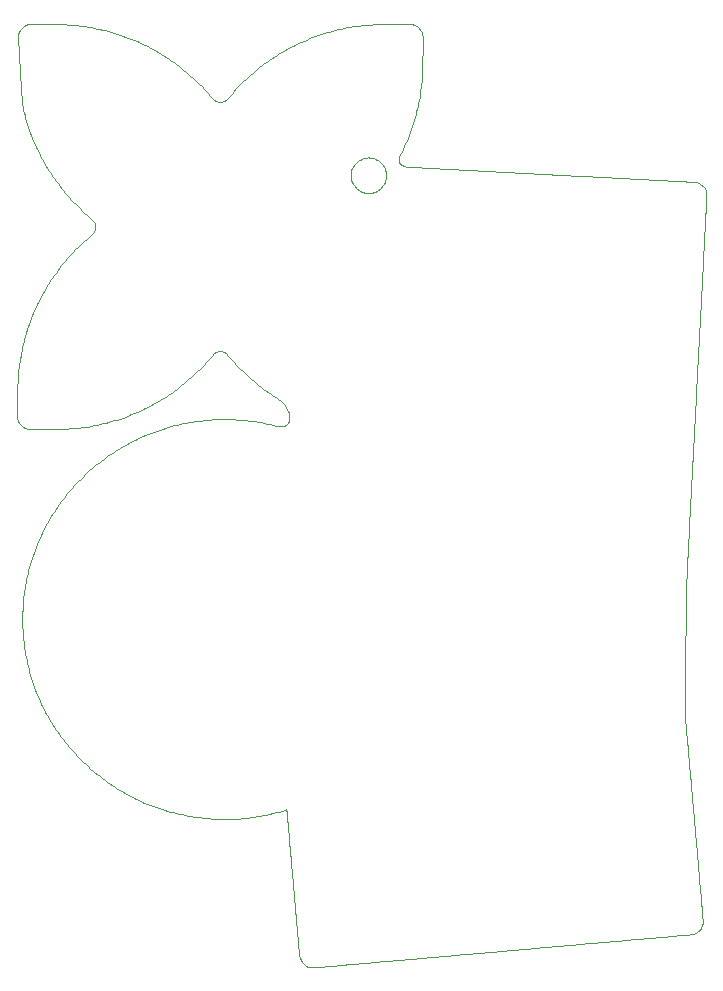
<source format=gbr>
%TF.GenerationSoftware,KiCad,Pcbnew,7.0.10*%
%TF.CreationDate,2024-05-13T16:35:14+02:00*%
%TF.ProjectId,MINT-Labs,4d494e54-2d4c-4616-9273-2e6b69636164,rev?*%
%TF.SameCoordinates,Original*%
%TF.FileFunction,Profile,NP*%
%FSLAX46Y46*%
G04 Gerber Fmt 4.6, Leading zero omitted, Abs format (unit mm)*
G04 Created by KiCad (PCBNEW 7.0.10) date 2024-05-13 16:35:14*
%MOMM*%
%LPD*%
G01*
G04 APERTURE LIST*
%TA.AperFunction,Profile*%
%ADD10C,0.000010*%
%TD*%
G04 APERTURE END LIST*
%TO.C,die_lustigen_vier*%
D10*
X119028072Y-55004651D02*
X119249968Y-55006864D01*
X119494278Y-55008482D01*
X119754592Y-55009874D01*
X120024499Y-55011407D01*
X120297589Y-55013450D01*
X120567451Y-55016373D01*
X120827674Y-55020544D01*
X121071850Y-55026332D01*
X121293566Y-55034106D01*
X121540586Y-55046247D01*
X121787419Y-55061600D01*
X122034017Y-55080185D01*
X122280334Y-55102025D01*
X122526324Y-55127140D01*
X122771939Y-55155552D01*
X123017133Y-55187283D01*
X123261859Y-55222353D01*
X123506070Y-55260785D01*
X123749720Y-55302599D01*
X123992762Y-55347817D01*
X124235149Y-55396461D01*
X124476835Y-55448552D01*
X124692834Y-55499155D01*
X124929642Y-55558983D01*
X125181068Y-55626239D01*
X125440920Y-55699128D01*
X125703005Y-55775853D01*
X125961131Y-55854620D01*
X126209105Y-55933631D01*
X126440736Y-56011091D01*
X126649830Y-56085205D01*
X126892349Y-56176352D01*
X127133402Y-56271240D01*
X127372945Y-56369832D01*
X127610930Y-56472094D01*
X127847313Y-56577987D01*
X128082047Y-56687477D01*
X128315087Y-56800527D01*
X128546388Y-56917101D01*
X128775902Y-57037162D01*
X129003586Y-57160674D01*
X129229392Y-57287602D01*
X129453275Y-57417908D01*
X129675190Y-57551557D01*
X129895091Y-57688513D01*
X130112931Y-57828738D01*
X130328666Y-57972198D01*
X130542249Y-58118856D01*
X130753635Y-58268675D01*
X130962778Y-58421619D01*
X131169632Y-58577652D01*
X131374152Y-58736739D01*
X131576292Y-58898842D01*
X131776005Y-59063925D01*
X131973247Y-59231953D01*
X132167972Y-59402888D01*
X132360133Y-59576696D01*
X132549685Y-59753339D01*
X132736583Y-59932781D01*
X132920780Y-60114987D01*
X133102231Y-60299919D01*
X133280891Y-60487543D01*
X133456713Y-60677820D01*
X133629651Y-60870716D01*
X133799660Y-61066194D01*
X133966695Y-61264218D01*
X134148451Y-61440964D01*
X134346676Y-61558712D01*
X134554735Y-61617453D01*
X134765997Y-61617177D01*
X134973826Y-61557874D01*
X135171591Y-61439536D01*
X135352657Y-61262151D01*
X135505344Y-61079454D01*
X135660525Y-60898897D01*
X135818168Y-60720496D01*
X135978244Y-60544264D01*
X136140722Y-60370214D01*
X136294887Y-60210692D01*
X136467580Y-60037985D01*
X136654097Y-59856498D01*
X136849732Y-59670633D01*
X137049783Y-59484793D01*
X137249545Y-59303380D01*
X137444313Y-59130799D01*
X137629384Y-58971452D01*
X137800052Y-58829741D01*
X138001396Y-58668865D01*
X138205189Y-58511121D01*
X138411377Y-58356534D01*
X138619906Y-58205127D01*
X138830722Y-58056921D01*
X139043771Y-57911941D01*
X139259000Y-57770210D01*
X139476354Y-57631750D01*
X139695780Y-57496585D01*
X139917223Y-57364737D01*
X140140630Y-57236230D01*
X140365946Y-57111087D01*
X140593118Y-56989331D01*
X140822093Y-56870984D01*
X141052815Y-56756071D01*
X141285231Y-56644613D01*
X141519287Y-56536635D01*
X141754929Y-56432159D01*
X141992104Y-56331208D01*
X142230757Y-56233805D01*
X142470834Y-56139973D01*
X142712282Y-56049736D01*
X142955047Y-55963116D01*
X143199074Y-55880137D01*
X143444310Y-55800821D01*
X143690700Y-55725192D01*
X143938192Y-55653272D01*
X144186730Y-55585085D01*
X144436262Y-55520654D01*
X144686732Y-55460002D01*
X144938088Y-55403151D01*
X145190275Y-55350126D01*
X145443240Y-55300948D01*
X145696928Y-55255641D01*
X145951285Y-55214229D01*
X146206258Y-55176734D01*
X146426300Y-55148844D01*
X146669064Y-55122837D01*
X146928120Y-55098962D01*
X147197038Y-55077469D01*
X147469389Y-55058607D01*
X147738742Y-55042626D01*
X147998668Y-55029777D01*
X148242737Y-55020308D01*
X148464518Y-55014470D01*
X148712027Y-55010615D01*
X148959568Y-55008218D01*
X149207135Y-55006999D01*
X149454723Y-55006678D01*
X149702328Y-55006977D01*
X149949943Y-55007616D01*
X150197565Y-55008317D01*
X150445187Y-55008799D01*
X150692805Y-55008784D01*
X150920943Y-55030936D01*
X151133100Y-55095229D01*
X151324793Y-55197407D01*
X151491538Y-55333212D01*
X151628850Y-55498389D01*
X151732246Y-55688680D01*
X151797241Y-55899830D01*
X151819352Y-56127580D01*
X151818525Y-56366445D01*
X151817686Y-56605330D01*
X151816775Y-56844214D01*
X151815735Y-57083077D01*
X151814792Y-57304991D01*
X151813693Y-57549322D01*
X151812089Y-57809649D01*
X151809632Y-58079554D01*
X151805972Y-58352616D01*
X151800761Y-58622417D01*
X151793649Y-58882537D01*
X151784287Y-59126556D01*
X151772327Y-59348055D01*
X151753672Y-59606917D01*
X151731017Y-59865445D01*
X151704381Y-60123583D01*
X151673783Y-60381275D01*
X151639243Y-60638465D01*
X151600780Y-60895097D01*
X151558412Y-61151115D01*
X151512160Y-61406463D01*
X151462041Y-61661084D01*
X151408077Y-61914923D01*
X151350285Y-62167924D01*
X151288685Y-62420031D01*
X151223295Y-62671187D01*
X151154137Y-62921336D01*
X151081227Y-63170423D01*
X151004587Y-63418391D01*
X150924234Y-63665184D01*
X150840188Y-63910747D01*
X150752468Y-64155022D01*
X150661094Y-64397955D01*
X150566085Y-64639489D01*
X150467459Y-64879568D01*
X150365236Y-65118135D01*
X150259436Y-65355136D01*
X150150077Y-65590513D01*
X150037179Y-65824211D01*
X149920760Y-66056173D01*
X149830542Y-66287994D01*
X149802351Y-66502187D01*
X149833654Y-66692966D01*
X149921918Y-66854546D01*
X150064611Y-66981141D01*
X150259200Y-67066967D01*
X150503154Y-67106238D01*
X150767007Y-67120096D01*
X151030860Y-67133954D01*
X151294712Y-67147811D01*
X151558565Y-67161669D01*
X151822418Y-67175526D01*
X152086272Y-67189383D01*
X152350125Y-67203240D01*
X152613978Y-67217097D01*
X152877831Y-67230954D01*
X153141684Y-67244810D01*
X153405537Y-67258667D01*
X153669390Y-67272523D01*
X153933243Y-67286380D01*
X154197096Y-67300236D01*
X154460949Y-67314092D01*
X154724802Y-67327948D01*
X154988656Y-67341804D01*
X155252509Y-67355660D01*
X155516362Y-67369516D01*
X155780215Y-67383372D01*
X156044068Y-67397227D01*
X156307921Y-67411083D01*
X156571775Y-67424939D01*
X156835628Y-67438794D01*
X157099481Y-67452650D01*
X157363334Y-67466505D01*
X157627187Y-67480361D01*
X157891041Y-67494216D01*
X158154894Y-67508072D01*
X158418747Y-67521927D01*
X158682600Y-67535782D01*
X158946454Y-67549638D01*
X159210307Y-67563493D01*
X159474160Y-67577348D01*
X159738013Y-67591203D01*
X160001867Y-67605059D01*
X160265720Y-67618914D01*
X160529573Y-67632769D01*
X160793427Y-67646625D01*
X161057280Y-67660480D01*
X161321133Y-67674335D01*
X161584986Y-67688191D01*
X161848840Y-67702046D01*
X162112693Y-67715902D01*
X162376546Y-67729757D01*
X162640399Y-67743613D01*
X162904253Y-67757468D01*
X163168106Y-67771324D01*
X163431959Y-67785180D01*
X163695812Y-67799036D01*
X163959666Y-67812892D01*
X164223519Y-67826747D01*
X164487372Y-67840604D01*
X164751225Y-67854460D01*
X165015079Y-67868316D01*
X165278932Y-67882172D01*
X165542785Y-67896028D01*
X165806638Y-67909885D01*
X166070492Y-67923742D01*
X166334345Y-67937598D01*
X166598198Y-67951455D01*
X166862051Y-67965312D01*
X167125904Y-67979169D01*
X167389758Y-67993026D01*
X167653611Y-68006883D01*
X167917464Y-68020741D01*
X168181317Y-68034598D01*
X168445170Y-68048456D01*
X168709023Y-68062314D01*
X168972876Y-68076172D01*
X169236730Y-68090030D01*
X169500583Y-68103888D01*
X169764436Y-68117747D01*
X170028289Y-68131606D01*
X170292142Y-68145464D01*
X170555995Y-68159323D01*
X170819848Y-68173183D01*
X171083701Y-68187042D01*
X171347554Y-68200902D01*
X171611407Y-68214761D01*
X171875260Y-68228621D01*
X172139113Y-68242482D01*
X172402966Y-68256342D01*
X172666819Y-68270203D01*
X172930672Y-68284063D01*
X173194525Y-68297924D01*
X173458377Y-68311786D01*
X173722230Y-68325647D01*
X173986083Y-68339509D01*
X174249936Y-68353371D01*
X174513789Y-68367233D01*
X174777642Y-68381096D01*
X175004460Y-68416075D01*
X175213404Y-68493192D01*
X175400156Y-68607653D01*
X175560399Y-68754660D01*
X175689814Y-68929418D01*
X175784086Y-69127131D01*
X175838896Y-69343003D01*
X175849927Y-69572238D01*
X175836155Y-69834652D01*
X175822382Y-70097066D01*
X175808609Y-70359480D01*
X175794835Y-70621894D01*
X175781061Y-70884308D01*
X175767287Y-71146721D01*
X175753512Y-71409135D01*
X175739737Y-71671548D01*
X175725961Y-71933962D01*
X175712185Y-72196375D01*
X175698409Y-72458788D01*
X175684633Y-72721201D01*
X175670856Y-72983614D01*
X175657078Y-73246027D01*
X175643301Y-73508440D01*
X175629523Y-73770853D01*
X175615745Y-74033266D01*
X175601966Y-74295678D01*
X175588187Y-74558091D01*
X175574408Y-74820504D01*
X175560628Y-75082916D01*
X175546849Y-75345328D01*
X175533068Y-75607741D01*
X175519288Y-75870153D01*
X175505507Y-76132565D01*
X175491726Y-76394977D01*
X175477945Y-76657390D01*
X175464164Y-76919802D01*
X175450382Y-77182214D01*
X175436600Y-77444626D01*
X175422818Y-77707037D01*
X175409035Y-77969449D01*
X175395253Y-78231861D01*
X175381470Y-78494273D01*
X175367687Y-78756685D01*
X175353903Y-79019096D01*
X175340120Y-79281508D01*
X175326336Y-79543919D01*
X175312552Y-79806331D01*
X175298768Y-80068742D01*
X175284984Y-80331154D01*
X175271199Y-80593565D01*
X175257414Y-80855977D01*
X175243629Y-81118388D01*
X175229844Y-81380800D01*
X175216059Y-81643211D01*
X175202274Y-81905622D01*
X175188488Y-82168034D01*
X175174703Y-82430445D01*
X175160917Y-82692856D01*
X175147131Y-82955267D01*
X175133345Y-83217678D01*
X175119559Y-83480090D01*
X175105773Y-83742501D01*
X175091987Y-84004912D01*
X175078200Y-84267323D01*
X175064414Y-84529734D01*
X175050627Y-84792145D01*
X175036840Y-85054557D01*
X175023054Y-85316968D01*
X175009267Y-85579379D01*
X174995480Y-85841790D01*
X174981693Y-86104201D01*
X174967906Y-86366612D01*
X174954119Y-86629023D01*
X174940332Y-86891434D01*
X174926545Y-87153846D01*
X174912758Y-87416257D01*
X174898971Y-87678668D01*
X174885184Y-87941079D01*
X174871396Y-88203490D01*
X174857609Y-88465901D01*
X174843822Y-88728313D01*
X174830035Y-88990724D01*
X174816248Y-89253135D01*
X174802461Y-89515546D01*
X174788674Y-89777958D01*
X174774887Y-90040369D01*
X174761100Y-90302780D01*
X174747313Y-90565192D01*
X174733526Y-90827603D01*
X174719739Y-91090014D01*
X174705952Y-91352426D01*
X174692165Y-91614837D01*
X174678379Y-91877249D01*
X174664592Y-92139661D01*
X174650805Y-92402072D01*
X174637019Y-92664484D01*
X174623233Y-92926895D01*
X174609446Y-93189307D01*
X174595660Y-93451719D01*
X174581874Y-93714131D01*
X174568088Y-93976543D01*
X174554303Y-94238954D01*
X174540517Y-94501366D01*
X174526732Y-94763778D01*
X174512946Y-95026191D01*
X174499161Y-95288603D01*
X174485376Y-95551015D01*
X174471591Y-95813427D01*
X174457807Y-96075839D01*
X174444022Y-96338252D01*
X174430238Y-96600664D01*
X174416454Y-96863077D01*
X174402670Y-97125489D01*
X174388886Y-97387902D01*
X174375102Y-97650314D01*
X174361319Y-97912727D01*
X174347536Y-98175140D01*
X174333753Y-98437553D01*
X174319970Y-98699966D01*
X174306188Y-98962379D01*
X174292405Y-99224792D01*
X174278623Y-99487205D01*
X174264842Y-99749619D01*
X174251060Y-100012032D01*
X174237279Y-100274445D01*
X174223498Y-100536859D01*
X174209717Y-100799273D01*
X174198772Y-101020901D01*
X174187954Y-101264954D01*
X174177477Y-101525034D01*
X174167555Y-101794742D01*
X174158401Y-102067678D01*
X174150230Y-102337445D01*
X174143256Y-102597642D01*
X174137692Y-102841872D01*
X174133752Y-103063735D01*
X174129985Y-103321585D01*
X174126241Y-103579435D01*
X174122519Y-103837285D01*
X174118818Y-104095135D01*
X174115137Y-104352984D01*
X174111474Y-104610833D01*
X174107830Y-104868682D01*
X174104202Y-105126530D01*
X174100590Y-105384379D01*
X174096992Y-105642227D01*
X174093409Y-105900075D01*
X174089837Y-106157924D01*
X174086277Y-106415772D01*
X174082727Y-106673620D01*
X174079187Y-106931469D01*
X174075654Y-107189317D01*
X174072129Y-107447166D01*
X174068610Y-107705015D01*
X174065097Y-107962864D01*
X174061587Y-108220713D01*
X174058080Y-108478563D01*
X174054575Y-108736412D01*
X174051070Y-108994263D01*
X174047566Y-109252113D01*
X174044060Y-109509964D01*
X174040552Y-109767816D01*
X174037040Y-110025668D01*
X174033524Y-110283521D01*
X174030002Y-110541374D01*
X174026474Y-110799227D01*
X174022938Y-111057082D01*
X174019393Y-111314937D01*
X174015838Y-111572792D01*
X174012273Y-111830649D01*
X174008696Y-112088506D01*
X174007471Y-112310317D01*
X174009438Y-112554395D01*
X174014363Y-112814351D01*
X174022012Y-113083799D01*
X174032151Y-113356351D01*
X174044546Y-113625622D01*
X174058963Y-113885223D01*
X174075168Y-114128767D01*
X174092929Y-114349867D01*
X174116209Y-114611986D01*
X174139469Y-114874106D01*
X174162710Y-115136228D01*
X174185932Y-115398351D01*
X174209136Y-115660477D01*
X174232321Y-115922604D01*
X174255489Y-116184733D01*
X174278641Y-116446863D01*
X174301775Y-116708995D01*
X174324894Y-116971128D01*
X174347997Y-117233263D01*
X174371085Y-117495400D01*
X174394159Y-117757537D01*
X174417218Y-118019676D01*
X174440264Y-118281817D01*
X174463297Y-118543958D01*
X174486317Y-118806101D01*
X174509325Y-119068245D01*
X174532321Y-119330389D01*
X174555306Y-119592535D01*
X174578280Y-119854682D01*
X174601244Y-120116830D01*
X174624198Y-120378979D01*
X174647143Y-120641129D01*
X174670079Y-120903279D01*
X174693007Y-121165430D01*
X174715926Y-121427582D01*
X174738839Y-121689735D01*
X174761745Y-121951888D01*
X174784644Y-122214042D01*
X174807537Y-122476196D01*
X174830425Y-122738351D01*
X174853308Y-123000506D01*
X174876186Y-123262662D01*
X174899061Y-123524818D01*
X174921931Y-123786974D01*
X174944799Y-124049131D01*
X174967664Y-124311288D01*
X174990528Y-124573445D01*
X175013389Y-124835602D01*
X175036250Y-125097759D01*
X175059109Y-125359916D01*
X175081969Y-125622073D01*
X175104829Y-125884230D01*
X175127690Y-126146387D01*
X175150552Y-126408544D01*
X175173415Y-126670701D01*
X175196281Y-126932857D01*
X175219150Y-127195013D01*
X175242022Y-127457168D01*
X175264898Y-127719324D01*
X175287778Y-127981479D01*
X175310662Y-128243633D01*
X175333552Y-128505787D01*
X175356447Y-128767940D01*
X175379348Y-129030092D01*
X175402256Y-129292244D01*
X175425171Y-129554396D01*
X175448093Y-129816546D01*
X175471023Y-130078696D01*
X175493962Y-130340844D01*
X175516910Y-130602992D01*
X175539867Y-130865139D01*
X175536878Y-131094602D01*
X175489715Y-131312211D01*
X175402510Y-131513027D01*
X175279395Y-131692116D01*
X175124502Y-131844539D01*
X174941963Y-131965362D01*
X174735909Y-132049646D01*
X174510474Y-132092455D01*
X174251155Y-132115116D01*
X173991837Y-132137776D01*
X173732519Y-132160437D01*
X173473201Y-132183097D01*
X173213883Y-132205757D01*
X172954566Y-132228417D01*
X172695248Y-132251077D01*
X172435931Y-132273737D01*
X172176614Y-132296397D01*
X171917297Y-132319057D01*
X171657980Y-132341716D01*
X171398664Y-132364376D01*
X171139347Y-132387035D01*
X170880031Y-132409695D01*
X170620715Y-132432354D01*
X170361398Y-132455013D01*
X170102082Y-132477673D01*
X169842766Y-132500332D01*
X169583450Y-132522991D01*
X169324134Y-132545651D01*
X169064818Y-132568310D01*
X168805502Y-132590970D01*
X168546187Y-132613629D01*
X168286871Y-132636289D01*
X168027555Y-132658949D01*
X167768239Y-132681608D01*
X167508923Y-132704268D01*
X167249607Y-132726928D01*
X166990291Y-132749588D01*
X166730975Y-132772249D01*
X166471659Y-132794909D01*
X166212343Y-132817570D01*
X165953027Y-132840230D01*
X165693711Y-132862891D01*
X165434394Y-132885552D01*
X165175078Y-132908214D01*
X164915761Y-132930875D01*
X164656445Y-132953537D01*
X164397128Y-132976199D01*
X164137811Y-132998862D01*
X163878494Y-133021524D01*
X163619176Y-133044187D01*
X163359859Y-133066850D01*
X163100541Y-133089513D01*
X162841223Y-133112177D01*
X162581905Y-133134841D01*
X162322587Y-133157506D01*
X162101528Y-133176858D01*
X161858156Y-133198220D01*
X161598847Y-133221024D01*
X161329976Y-133244705D01*
X161057920Y-133268697D01*
X160789055Y-133292435D01*
X160529756Y-133315352D01*
X160286399Y-133336882D01*
X160065360Y-133356460D01*
X159804675Y-133379558D01*
X159543989Y-133402641D01*
X159283301Y-133425711D01*
X159022611Y-133448767D01*
X158761920Y-133471810D01*
X158501228Y-133494840D01*
X158240534Y-133517857D01*
X157979838Y-133540862D01*
X157719141Y-133563855D01*
X157458443Y-133586836D01*
X157197744Y-133609805D01*
X156937043Y-133632764D01*
X156676341Y-133655712D01*
X156415638Y-133678649D01*
X156154933Y-133701576D01*
X155894228Y-133724492D01*
X155633522Y-133747400D01*
X155372814Y-133770298D01*
X155112106Y-133793187D01*
X154851396Y-133816067D01*
X154590686Y-133838939D01*
X154329975Y-133861802D01*
X154069262Y-133884658D01*
X153808550Y-133907506D01*
X153547836Y-133930347D01*
X153287122Y-133953181D01*
X153026407Y-133976009D01*
X152765691Y-133998830D01*
X152504975Y-134021645D01*
X152244258Y-134044454D01*
X151983540Y-134067258D01*
X151722823Y-134090057D01*
X151462104Y-134112851D01*
X151201386Y-134135640D01*
X150940666Y-134158426D01*
X150679947Y-134181207D01*
X150419227Y-134203984D01*
X150158507Y-134226759D01*
X149897787Y-134249530D01*
X149637067Y-134272299D01*
X149376346Y-134295065D01*
X149115626Y-134317829D01*
X148854905Y-134340591D01*
X148594184Y-134363351D01*
X148333464Y-134386111D01*
X148072743Y-134408869D01*
X147812023Y-134431627D01*
X147551302Y-134454385D01*
X147290582Y-134477142D01*
X147029862Y-134499900D01*
X146769143Y-134522658D01*
X146508423Y-134545418D01*
X146247704Y-134568178D01*
X145986985Y-134590940D01*
X145726267Y-134613704D01*
X145465549Y-134636469D01*
X145204832Y-134659237D01*
X144944115Y-134682008D01*
X144683399Y-134704782D01*
X144422683Y-134727559D01*
X144161968Y-134750340D01*
X143901253Y-134773124D01*
X143640540Y-134795913D01*
X143379827Y-134818706D01*
X143119115Y-134841504D01*
X142858404Y-134864307D01*
X142597693Y-134887116D01*
X142368228Y-134884087D01*
X142150620Y-134836857D01*
X141949803Y-134749568D01*
X141770716Y-134626362D01*
X141618293Y-134471380D01*
X141497472Y-134288766D01*
X141413188Y-134082660D01*
X141370377Y-133857204D01*
X141349525Y-133618594D01*
X141328667Y-133379919D01*
X141307799Y-133141113D01*
X141286914Y-132902111D01*
X141266007Y-132662847D01*
X141245072Y-132423258D01*
X141224103Y-132183276D01*
X141203095Y-131942838D01*
X141182042Y-131701878D01*
X141160938Y-131460330D01*
X141139777Y-131218130D01*
X141118554Y-130975212D01*
X141097262Y-130731512D01*
X141075897Y-130486963D01*
X141054453Y-130241501D01*
X141032923Y-129995061D01*
X141011302Y-129747576D01*
X140989584Y-129498983D01*
X140967764Y-129249216D01*
X140945835Y-128998209D01*
X140923793Y-128745898D01*
X140901630Y-128492217D01*
X140879343Y-128237101D01*
X140856924Y-127980485D01*
X140834368Y-127722304D01*
X140811669Y-127462492D01*
X140788823Y-127200984D01*
X140765822Y-126937715D01*
X140742661Y-126672620D01*
X140719334Y-126405634D01*
X140695836Y-126136690D01*
X140672162Y-125865725D01*
X140648304Y-125592673D01*
X140624258Y-125317469D01*
X140600017Y-125040047D01*
X140575577Y-124760343D01*
X140550930Y-124478291D01*
X140526073Y-124193825D01*
X140500998Y-123906882D01*
X140475700Y-123617394D01*
X140450173Y-123325299D01*
X140424412Y-123030529D01*
X140398411Y-122733020D01*
X140372164Y-122432706D01*
X140345665Y-122129524D01*
X140318909Y-121823406D01*
X140291890Y-121514288D01*
X140150098Y-121556965D01*
X139947762Y-121616677D01*
X139698620Y-121687869D01*
X139416411Y-121764987D01*
X139114873Y-121842475D01*
X138807744Y-121914781D01*
X138557059Y-121968503D01*
X138305605Y-122018423D01*
X138053437Y-122064544D01*
X137800612Y-122106868D01*
X137547185Y-122145398D01*
X137293213Y-122180139D01*
X137038750Y-122211092D01*
X136783853Y-122238261D01*
X136528577Y-122261649D01*
X136272979Y-122281259D01*
X136017115Y-122297094D01*
X135761039Y-122309157D01*
X135504809Y-122317451D01*
X135248479Y-122321979D01*
X134992106Y-122322744D01*
X134735746Y-122319750D01*
X134479454Y-122312999D01*
X134223287Y-122302494D01*
X133967299Y-122288239D01*
X133711548Y-122270237D01*
X133456088Y-122248490D01*
X133200976Y-122223001D01*
X132946268Y-122193775D01*
X132692019Y-122160813D01*
X132438285Y-122124118D01*
X132185122Y-122083695D01*
X131932587Y-122039546D01*
X131680733Y-121991673D01*
X131429619Y-121940081D01*
X131179299Y-121884771D01*
X130929829Y-121825748D01*
X130681266Y-121763014D01*
X130433664Y-121696572D01*
X130187081Y-121626426D01*
X129974831Y-121561863D01*
X129742401Y-121486766D01*
X129495853Y-121403332D01*
X129241249Y-121313759D01*
X128984651Y-121220247D01*
X128732121Y-121124992D01*
X128489721Y-121030195D01*
X128263514Y-120938052D01*
X128059563Y-120850763D01*
X127821731Y-120743661D01*
X127585622Y-120632860D01*
X127351282Y-120518398D01*
X127118756Y-120400315D01*
X126888092Y-120278651D01*
X126659333Y-120153444D01*
X126432526Y-120024735D01*
X126207717Y-119892562D01*
X125984951Y-119756965D01*
X125764274Y-119617984D01*
X125545732Y-119475657D01*
X125329370Y-119330025D01*
X125115234Y-119181125D01*
X124903370Y-119028999D01*
X124693824Y-118873685D01*
X124486641Y-118715222D01*
X124281867Y-118553651D01*
X124079548Y-118389009D01*
X123879729Y-118221338D01*
X123682456Y-118050675D01*
X123487776Y-117877061D01*
X123295732Y-117700535D01*
X123106372Y-117521136D01*
X122919741Y-117338904D01*
X122735885Y-117153877D01*
X122554849Y-116966096D01*
X122376679Y-116775600D01*
X122201422Y-116582427D01*
X122029121Y-116386619D01*
X121859824Y-116188213D01*
X121693576Y-115987249D01*
X121530423Y-115783767D01*
X121370410Y-115577806D01*
X121213584Y-115369405D01*
X121059989Y-115158604D01*
X120932660Y-114976932D01*
X120795944Y-114774522D01*
X120653272Y-114556834D01*
X120508072Y-114329330D01*
X120363774Y-114097471D01*
X120223809Y-113866720D01*
X120091604Y-113642538D01*
X119970590Y-113430385D01*
X119864196Y-113235725D01*
X119744982Y-113007261D01*
X119629429Y-112776947D01*
X119517549Y-112544843D01*
X119409353Y-112311010D01*
X119304852Y-112075507D01*
X119204057Y-111838396D01*
X119106979Y-111599737D01*
X119013630Y-111359590D01*
X118924020Y-111118016D01*
X118838161Y-110875076D01*
X118756063Y-110630830D01*
X118677738Y-110385339D01*
X118603197Y-110138662D01*
X118532452Y-109890862D01*
X118465512Y-109641997D01*
X118402389Y-109392130D01*
X118343095Y-109141319D01*
X118287640Y-108889626D01*
X118236035Y-108637112D01*
X118188292Y-108383836D01*
X118144422Y-108129860D01*
X118104436Y-107875243D01*
X118068345Y-107620047D01*
X118036159Y-107364332D01*
X118007891Y-107108158D01*
X117983551Y-106851586D01*
X117963150Y-106594677D01*
X117946700Y-106337490D01*
X117934212Y-106080087D01*
X117925696Y-105822528D01*
X117921164Y-105564874D01*
X117921387Y-105343041D01*
X117925929Y-105098868D01*
X117934441Y-104838787D01*
X117946574Y-104569233D01*
X117961978Y-104296640D01*
X117980304Y-104027441D01*
X118001203Y-103768070D01*
X118024325Y-103524961D01*
X118049321Y-103304547D01*
X118083718Y-103045820D01*
X118122262Y-102787701D01*
X118164926Y-102530245D01*
X118211684Y-102273513D01*
X118262509Y-102017560D01*
X118317376Y-101762445D01*
X118376258Y-101508226D01*
X118439129Y-101254960D01*
X118505963Y-101002705D01*
X118576733Y-100751519D01*
X118651414Y-100501460D01*
X118729978Y-100252584D01*
X118812401Y-100004951D01*
X118898654Y-99758617D01*
X118988713Y-99513641D01*
X119082551Y-99270080D01*
X119180141Y-99027991D01*
X119281459Y-98787433D01*
X119386476Y-98548464D01*
X119495167Y-98311141D01*
X119607506Y-98075521D01*
X119723467Y-97841663D01*
X119843022Y-97609624D01*
X119966147Y-97379462D01*
X120092814Y-97151235D01*
X120222998Y-96925000D01*
X120356673Y-96700816D01*
X120473818Y-96512412D01*
X120606424Y-96307270D01*
X120750791Y-96090676D01*
X120903220Y-95867917D01*
X121060013Y-95644278D01*
X121217472Y-95425047D01*
X121371897Y-95215510D01*
X121519590Y-95020954D01*
X121656852Y-94846664D01*
X121819771Y-94647588D01*
X121985733Y-94451065D01*
X122154691Y-94257127D01*
X122326595Y-94065808D01*
X122501400Y-93877141D01*
X122679056Y-93691160D01*
X122859517Y-93507896D01*
X123042734Y-93327384D01*
X123228659Y-93149657D01*
X123417246Y-92974748D01*
X123608445Y-92802689D01*
X123802210Y-92633515D01*
X123998492Y-92467258D01*
X124197244Y-92303951D01*
X124398418Y-92143629D01*
X124601967Y-91986323D01*
X124807842Y-91832067D01*
X125015996Y-91680894D01*
X125226380Y-91532837D01*
X125438949Y-91387930D01*
X125653652Y-91246205D01*
X125870443Y-91107697D01*
X126089275Y-90972437D01*
X126310098Y-90840459D01*
X126532866Y-90711797D01*
X126757531Y-90586483D01*
X126984044Y-90464551D01*
X127212359Y-90346033D01*
X127442428Y-90230963D01*
X127674201Y-90119375D01*
X127907633Y-90011301D01*
X128110608Y-89921792D01*
X128335736Y-89827137D01*
X128576992Y-89729615D01*
X128828351Y-89631504D01*
X129083790Y-89535083D01*
X129337284Y-89442630D01*
X129582809Y-89356424D01*
X129814339Y-89278743D01*
X130025850Y-89211866D01*
X130271627Y-89139108D01*
X130518462Y-89070103D01*
X130766299Y-89004852D01*
X131015081Y-88943353D01*
X131264754Y-88885606D01*
X131515261Y-88831609D01*
X131766547Y-88781362D01*
X132018556Y-88734865D01*
X132271232Y-88692116D01*
X132524519Y-88653115D01*
X132778363Y-88617861D01*
X133032706Y-88586353D01*
X133287493Y-88558590D01*
X133542668Y-88534572D01*
X133798177Y-88514298D01*
X134053962Y-88497767D01*
X134309968Y-88484979D01*
X134566139Y-88475932D01*
X134822420Y-88470626D01*
X135078755Y-88469060D01*
X135335088Y-88471234D01*
X135591364Y-88477146D01*
X135847526Y-88486796D01*
X136103518Y-88500183D01*
X136359286Y-88517307D01*
X136614773Y-88538166D01*
X136869923Y-88562760D01*
X137124681Y-88591088D01*
X137378992Y-88623149D01*
X137632798Y-88658942D01*
X137886045Y-88698468D01*
X138138676Y-88741724D01*
X138390637Y-88788711D01*
X138641871Y-88839427D01*
X138892322Y-88893872D01*
X139141935Y-88952045D01*
X139390653Y-89013945D01*
X139642863Y-89057578D01*
X139875790Y-89056581D01*
X140082927Y-89013208D01*
X140257765Y-88929710D01*
X140393796Y-88808342D01*
X140484510Y-88651357D01*
X140523401Y-88461008D01*
X140514923Y-88222323D01*
X140467663Y-87979023D01*
X140385714Y-87737282D01*
X140273170Y-87503276D01*
X140134123Y-87283178D01*
X139972669Y-87083165D01*
X139792900Y-86909409D01*
X139598910Y-86768088D01*
X139381739Y-86632021D01*
X139166650Y-86492689D01*
X138953683Y-86350132D01*
X138742881Y-86204390D01*
X138534283Y-86055503D01*
X138327931Y-85903510D01*
X138123865Y-85748453D01*
X137922126Y-85590370D01*
X137722756Y-85429303D01*
X137525794Y-85265291D01*
X137331283Y-85098373D01*
X137139263Y-84928591D01*
X136949775Y-84755984D01*
X136762859Y-84580592D01*
X136578557Y-84402455D01*
X136396909Y-84221614D01*
X136217957Y-84038108D01*
X136041741Y-83851977D01*
X135868303Y-83663262D01*
X135697682Y-83472002D01*
X135529921Y-83278237D01*
X135365059Y-83082008D01*
X135183710Y-82905040D01*
X134985918Y-82787215D01*
X134778263Y-82728485D01*
X134567328Y-82728803D01*
X134359693Y-82788119D01*
X134161940Y-82906387D01*
X133980648Y-83083559D01*
X133814610Y-83281186D01*
X133645552Y-83476208D01*
X133473522Y-83668593D01*
X133298570Y-83858310D01*
X133120743Y-84045327D01*
X132940092Y-84229615D01*
X132756665Y-84411142D01*
X132570512Y-84589877D01*
X132381681Y-84765789D01*
X132190221Y-84938848D01*
X131996181Y-85109021D01*
X131799610Y-85276280D01*
X131600558Y-85440591D01*
X131399072Y-85601926D01*
X131195203Y-85760251D01*
X130989000Y-85915538D01*
X130780510Y-86067754D01*
X130569784Y-86216869D01*
X130356869Y-86362851D01*
X130141816Y-86505671D01*
X129924673Y-86645296D01*
X129705489Y-86781696D01*
X129484313Y-86914841D01*
X129261195Y-87044698D01*
X129036182Y-87171238D01*
X128809325Y-87294428D01*
X128580672Y-87414239D01*
X128350271Y-87530640D01*
X128118173Y-87643598D01*
X127884426Y-87753084D01*
X127649079Y-87859067D01*
X127412181Y-87961515D01*
X127173782Y-88060397D01*
X126933929Y-88155683D01*
X126692672Y-88247342D01*
X126450060Y-88335343D01*
X126206142Y-88419654D01*
X125960968Y-88500246D01*
X125714585Y-88577086D01*
X125467043Y-88650144D01*
X125218391Y-88719389D01*
X125003615Y-88774893D01*
X124766117Y-88831752D01*
X124512211Y-88888669D01*
X124248213Y-88944345D01*
X123980436Y-88997480D01*
X123715198Y-89046777D01*
X123458811Y-89090934D01*
X123217592Y-89128655D01*
X122997855Y-89158640D01*
X122742448Y-89188350D01*
X122486687Y-89214266D01*
X122230600Y-89236618D01*
X121974217Y-89255633D01*
X121717568Y-89271541D01*
X121460680Y-89284570D01*
X121203584Y-89294950D01*
X120946309Y-89302908D01*
X120688884Y-89308675D01*
X120431337Y-89312477D01*
X120173699Y-89314545D01*
X119915999Y-89315107D01*
X119658265Y-89314391D01*
X119400527Y-89312628D01*
X119142814Y-89310044D01*
X118885156Y-89306870D01*
X118627581Y-89303333D01*
X118399383Y-89277162D01*
X118187046Y-89208338D01*
X117995104Y-89101439D01*
X117828091Y-88961045D01*
X117690539Y-88791737D01*
X117586985Y-88598093D01*
X117521960Y-88384693D01*
X117499999Y-88156117D01*
X117500776Y-88005480D01*
X117501550Y-87854844D01*
X117501985Y-87632923D01*
X117501659Y-87388572D01*
X117500999Y-87128204D01*
X117500433Y-86858233D01*
X117500387Y-86585074D01*
X117501289Y-86315140D01*
X117503566Y-86054845D01*
X117507645Y-85810605D01*
X117513952Y-85588831D01*
X117524789Y-85336813D01*
X117539014Y-85084960D01*
X117556649Y-84833325D01*
X117577717Y-84581961D01*
X117602240Y-84330923D01*
X117630241Y-84080262D01*
X117661742Y-83830033D01*
X117696765Y-83580289D01*
X117735334Y-83331083D01*
X117777470Y-83082468D01*
X117823197Y-82834498D01*
X117872536Y-82587225D01*
X117925510Y-82340704D01*
X117982142Y-82094988D01*
X118035930Y-81879770D01*
X118099327Y-81643913D01*
X118170432Y-81393575D01*
X118247341Y-81134916D01*
X118328153Y-80874092D01*
X118410966Y-80617263D01*
X118493876Y-80370588D01*
X118574983Y-80140223D01*
X118652384Y-79932329D01*
X118747473Y-79691004D01*
X118846332Y-79451231D01*
X118948923Y-79213056D01*
X119055207Y-78976523D01*
X119165145Y-78741678D01*
X119278698Y-78508565D01*
X119395827Y-78277230D01*
X119516493Y-78047717D01*
X119640659Y-77820072D01*
X119768284Y-77594339D01*
X119899330Y-77370565D01*
X120033759Y-77148793D01*
X120171531Y-76929068D01*
X120312608Y-76711437D01*
X120456950Y-76495943D01*
X120604520Y-76282632D01*
X120755278Y-76071550D01*
X120909185Y-75862740D01*
X121066203Y-75656248D01*
X121226292Y-75452118D01*
X121389415Y-75250397D01*
X121555532Y-75051129D01*
X121724604Y-74854360D01*
X121896593Y-74660133D01*
X122071459Y-74468494D01*
X122249164Y-74279489D01*
X122429670Y-74093162D01*
X122612937Y-73909558D01*
X122798926Y-73728722D01*
X122987599Y-73550700D01*
X123178917Y-73375536D01*
X123372841Y-73203275D01*
X123569332Y-73033963D01*
X123768351Y-72867645D01*
X123945785Y-72686900D01*
X124064046Y-72489762D01*
X124123153Y-72282779D01*
X124123120Y-72072500D01*
X124063965Y-71865473D01*
X123945703Y-71668246D01*
X123768351Y-71487367D01*
X123570269Y-71321510D01*
X123374787Y-71152624D01*
X123181938Y-70980757D01*
X122991754Y-70805960D01*
X122804266Y-70628279D01*
X122619505Y-70447766D01*
X122437503Y-70264468D01*
X122258292Y-70078434D01*
X122081903Y-69889714D01*
X121908367Y-69698356D01*
X121737716Y-69504410D01*
X121569981Y-69307924D01*
X121405195Y-69108947D01*
X121243388Y-68907528D01*
X121084592Y-68703716D01*
X120928838Y-68497561D01*
X120776159Y-68289110D01*
X120626585Y-68078414D01*
X120480148Y-67865521D01*
X120336880Y-67650479D01*
X120196812Y-67433339D01*
X120059975Y-67214148D01*
X119926402Y-66992956D01*
X119796123Y-66769812D01*
X119669170Y-66544765D01*
X119545574Y-66317863D01*
X119425368Y-66089156D01*
X119308583Y-65858693D01*
X119195249Y-65626522D01*
X119085399Y-65392692D01*
X118979065Y-65157253D01*
X118876277Y-64920254D01*
X118777067Y-64681743D01*
X118681467Y-64441769D01*
X118589508Y-64200381D01*
X118501222Y-63957629D01*
X118416639Y-63713561D01*
X118335793Y-63468226D01*
X118258714Y-63221673D01*
X118185433Y-62973951D01*
X118115983Y-62725110D01*
X118063188Y-62510021D01*
X118014049Y-62271608D01*
X117968932Y-62016310D01*
X117928207Y-61750570D01*
X117892242Y-61480825D01*
X117861404Y-61213518D01*
X117836063Y-60955088D01*
X117816586Y-60711975D01*
X117803341Y-60490620D01*
X117593017Y-56117245D01*
X117605101Y-55889474D01*
X117660965Y-55677897D01*
X117756261Y-55487005D01*
X117886641Y-55321288D01*
X118047756Y-55185238D01*
X118235256Y-55083346D01*
X118444794Y-55020103D01*
X118672021Y-54999999D01*
X119028072Y-55004651D01*
X147380598Y-66321294D02*
X147526191Y-66342924D01*
X147668964Y-66378719D01*
X147807541Y-66428335D01*
X147940589Y-66491294D01*
X148066825Y-66566990D01*
X148185034Y-66654694D01*
X148294078Y-66753561D01*
X148392908Y-66862639D01*
X148480571Y-66980879D01*
X148556223Y-67107141D01*
X148619136Y-67240210D01*
X148668704Y-67378804D01*
X148704450Y-67521589D01*
X148726030Y-67667190D01*
X148733235Y-67814206D01*
X148726029Y-67961221D01*
X148704450Y-68106822D01*
X148668704Y-68249607D01*
X148619135Y-68388201D01*
X148556222Y-68521270D01*
X148480570Y-68647532D01*
X148392907Y-68765771D01*
X148294078Y-68874849D01*
X148185033Y-68973716D01*
X148066824Y-69061420D01*
X147940588Y-69137116D01*
X147807541Y-69200075D01*
X147668964Y-69249691D01*
X147526191Y-69285486D01*
X147380598Y-69307116D01*
X147233585Y-69314372D01*
X147086538Y-69307163D01*
X146940906Y-69285574D01*
X146798091Y-69249813D01*
X146659470Y-69200223D01*
X146526379Y-69137283D01*
X146400098Y-69061599D01*
X146281845Y-68973901D01*
X146172759Y-68875032D01*
X146073890Y-68765946D01*
X145986191Y-68647693D01*
X145910508Y-68521412D01*
X145847568Y-68388320D01*
X145797978Y-68249699D01*
X145762217Y-68106885D01*
X145740628Y-67961253D01*
X145733419Y-67814206D01*
X145740627Y-67667158D01*
X145762216Y-67521526D01*
X145797978Y-67378711D01*
X145847567Y-67240091D01*
X145910507Y-67106999D01*
X145986191Y-66980718D01*
X146073889Y-66862465D01*
X146172758Y-66753378D01*
X146281844Y-66654509D01*
X146400098Y-66566811D01*
X146526378Y-66491127D01*
X146659470Y-66428187D01*
X146798091Y-66378597D01*
X146940905Y-66342836D01*
X147086538Y-66321246D01*
X147233585Y-66314038D01*
X147380598Y-66321294D01*
%TD*%
M02*

</source>
